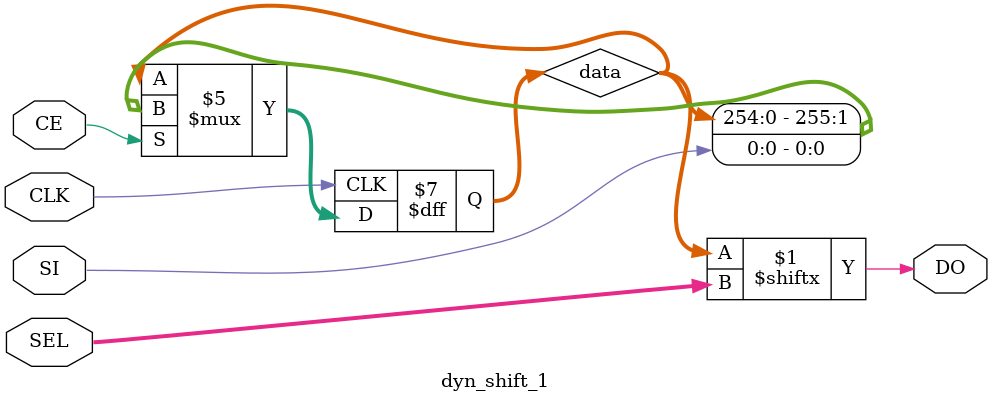
<source format=sv>
`timescale 1ns / 1ps

module dyn_shift_1 (CLK, CE, SEL, SI, DO);
	parameter SELWIDTH = 8;
	input CLK, CE, SI;
	input [SELWIDTH-1:0] SEL;
	output DO;
	localparam DATAWIDTH = (1 << SELWIDTH); //2**SELWIDTH;
	reg [DATAWIDTH-1:0] data;
	assign DO = data[SEL];

	always @(posedge CLK)
	begin
		if (CE == 1'b1)
			data = {data[DATAWIDTH-2:0], SI};
	end
endmodule

</source>
